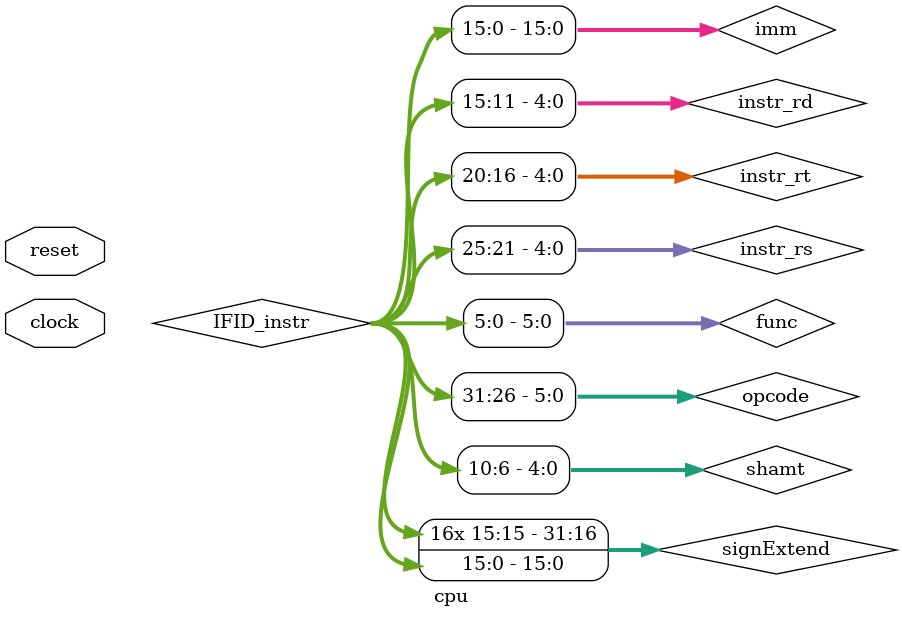
<source format=v>
`include "control.v"
`include "library.v"

module cpu(input clock, input reset);
	reg [31:0] PC; 
	reg [31:0] IFID_PCplus4;
	reg [31:0] IFID_instr;

	reg [31:0] IDEX_rdA, IDEX_rdB, IDEX_signExtend;
	reg [4:0]  IDEX_instr_rt, IDEX_instr_rs, IDEX_instr_rd;                            
	reg        IDEX_RegDst, IDEX_ALUSrc;
	reg [1:0]  IDEX_ALUcntrl;
	reg        IDEX_Branch, IDEX_MemRead, IDEX_MemWrite, IDEX_BneEn; 
	reg        IDEX_MemToReg, IDEX_RegWrite;

	reg [4:0]  EXMEM_RegWriteAddr, EXMEM_instr_rd; 
	reg [31:0] EXMEM_ALUOut;
	reg        EXMEM_Zero;
	reg [31:0] EXMEM_MemWriteData;
	reg        EXMEM_Branch, EXMEM_MemRead, EXMEM_MemWrite, EXMEM_RegWrite, EXMEM_MemToReg, EXMEM_BneEn;

	reg [31:0] MEMWB_DMemOut;
	reg [4:0]  MEMWB_RegWriteAddr, MEMWB_instr_rd; 
	reg [31:0] MEMWB_ALUOut;
	reg        MEMWB_MemToReg, MEMWB_RegWrite;  

	wire [31:0] instr, ALUInA, ALUInB, ALUOut, rdA, rdB, signExtend, DMemOut, wRegData, PCIncr, datatowrite;
	wire Zero, RegDst, MemRead, MemWrite, MemToReg, ALUSrc, RegWrite, Branch, BneEn, forwardC, BrOUT;
	wire [5:0] opcode, func;
	wire [4:0] instr_rs, instr_rt, instr_rd, RegWriteAddr, shamt;
	wire [3:0] ALUOp;
	wire [1:0] ALUcntrl, forwardA, forwardB;
	wire [15:0] imm;

	/***************** Instruction Fetch Unit (IF)  ****************/
	always @(posedge clock or negedge reset)
		begin 
			if (reset == 1'b0)     
				PC <= -4;     
			else if (BrOUT)
				PC <= 0; // branch address
			else 
				PC <= PC + 4;
		end
  
  // IFID pipeline register
 always @(posedge clock or negedge reset)
  begin 
    if (reset == 1'b0)     
      begin
       IFID_PCplus4 <= 32'b0;
       IFID_instr <= 32'b0;
    end
    else 
      begin
       IFID_PCplus4 <= PC + 32'd4;
       IFID_instr <= instr;
    end
  end
  
// TO FILL IN: Instantiate the Instruction Memory here 
Memory cpu_IMem(1'b1, 1'b1, 1'b1, 1'b0, PC, 32'b0, instr);

/***************** Instruction Decode Unit (ID)  ****************/
assign opcode = IFID_instr[31:26];
assign func = IFID_instr[5:0];
assign instr_rs = IFID_instr[25:21];
assign instr_rt = IFID_instr[20:16];
assign instr_rd = IFID_instr[15:11];
assign imm = IFID_instr[15:0];
assign signExtend = {{16{imm[15]}}, imm};
assign shamt = IFID_instr[10:6];

// Register file
RegFile cpu_regs(clock, reset, instr_rs, instr_rt, MEMWB_RegWriteAddr, MEMWB_RegWrite, wRegData, rdA, rdB);

  // IDEX pipeline register
  always @(posedge clock or negedge reset)
    begin
      if (reset == 1'b0)
        begin
        IDEX_rdA <= 32'b0;    
        IDEX_rdB <= 32'b0;
        IDEX_signExtend <= 32'b0;
        IDEX_instr_rd <= 5'b0;
        IDEX_instr_rs <= 5'b0;
        IDEX_instr_rt <= 5'b0;
        IDEX_RegDst <= 1'b0;
        IDEX_ALUcntrl <= 2'b0;
        IDEX_ALUSrc <= 1'b0;
        IDEX_Branch <= 1'b0;
        IDEX_MemRead <= 1'b0;
        IDEX_MemWrite <= 1'b0;
        IDEX_MemToReg <= 1'b0;                  
        IDEX_RegWrite <= 1'b0;
      end 
      else 
        begin
        IDEX_rdA <= rdA;
        IDEX_rdB <= rdB;
        IDEX_signExtend <= signExtend;
        IDEX_instr_rd <= instr_rd;
        IDEX_instr_rs <= instr_rs;
        IDEX_instr_rt <= instr_rt;
        // Control sigs
        IDEX_RegDst <= RegDst;
        IDEX_ALUcntrl <= ALUcntrl;
        IDEX_ALUSrc <= ALUSrc;
        IDEX_Branch <= Branch;
        IDEX_MemRead <= MemRead;
        IDEX_MemWrite <= MemWrite;
        IDEX_MemToReg <= MemToReg;                  
        IDEX_RegWrite <= RegWrite;
        IDEX_BneEn <= BneEn;
      end
  end

  // Main Control Unit 
  control_main control_main (RegDst, Branch, MemRead, MemWrite, MemToReg, ALUSrc, RegWrite, BneEn, ALUcntrl, opcode);
                    
  // TO FILL IN: Instantiation of Control Unit that generates stalls


  /***************** Execution Unit (EX)  ****************/
                  
	assign ALUInA = (forwardA == 0) ? IDEX_rdA : (forwardA == 1) ? DMemOut : ALUOut;              
	assign ALUInB = (IDEX_ALUSrc == 1'b1) ? IDEX_signExtend : (forwardB == 0) ? IDEX_rdB : (forwardB == 1) ? DMemOut : ALUOut;

	//  ALU
	ALU  #(32) cpu_alu(ALUOut, Zero, ALUInA, ALUInB, ALUOp, shamt);

	assign RegWriteAddr = (IDEX_RegDst==1'b0) ? IDEX_instr_rt : IDEX_instr_rd;
	assign BrOUT = Branch && (BneEn ? ~Zero : Zero);

	// EXMEM pipeline register
	always @(posedge clock or negedge reset)
		begin 
			if (reset == 1'b0)     
      			begin
       				EXMEM_ALUOut <= 32'b0;    
       				EXMEM_RegWriteAddr <= 5'b0;
       				EXMEM_MemWriteData <= 32'b0;
       				EXMEM_Zero <= 1'b0;
       				EXMEM_Branch <= 1'b0;
       				EXMEM_MemRead <= 1'b0;
       				EXMEM_MemWrite <= 1'b0;
       				EXMEM_MemToReg <= 1'b0;                  
       				EXMEM_RegWrite <= 1'b0;
      			end 
    		else 
      			begin
       				EXMEM_ALUOut <= ALUOut;    
       				EXMEM_RegWriteAddr <= RegWriteAddr;
       				EXMEM_MemWriteData <= IDEX_rdB;
       				EXMEM_Zero <= Zero;
       				EXMEM_Branch <= IDEX_Branch;
       				EXMEM_MemRead <= IDEX_MemRead;
       				EXMEM_MemWrite <= IDEX_MemWrite;
       				EXMEM_MemToReg <= IDEX_MemToReg;                  
       				EXMEM_RegWrite <= IDEX_RegWrite;
      			end
  		end

	// ALU control
	control_alu control_alu(ALUOp, IDEX_ALUcntrl, IDEX_signExtend[5:0]);
  
	// TO FILL IN: Instantiation of control logic for Forwarding goes here
	forwarding_unit for_unit (forwardA, forwardB, forwardC, IDEX_instr_rs, IDEX_instr_rt, IDEX_instr_rd, MEMWB_RegWriteAddr, EXMEM_RegWrite, MEMWB_RegWrite, EXMEM_MemWrite);

	/***************** Memory Unit (MEM)  ****************/  
	Memory cpu_DMem (clock, reset, EXMEM_MemRead, EXMEM_MemWrite, EXMEM_ALUOut, datatowrite, DMemOut);

	// MEMWB pipeline register
 	always @(posedge clock or negedge reset)
  		begin 
    		if (reset == 1'b0)     
      			begin
					MEMWB_DMemOut <= 32'b0;    
       				MEMWB_ALUOut <= 32'b0;
       				MEMWB_RegWriteAddr <= 5'b0;
       				MEMWB_MemToReg <= 1'b0;                  
       				MEMWB_RegWrite <= 1'b0;
      			end 
    		else 
      			begin
			       	MEMWB_DMemOut <= DMemOut;
       				MEMWB_ALUOut <= EXMEM_ALUOut;
       				MEMWB_RegWriteAddr <= EXMEM_RegWriteAddr;
       				MEMWB_MemToReg <= EXMEM_MemToReg;                  
       				MEMWB_RegWrite <= EXMEM_RegWrite;
      			end
  		end

/***************** WriteBack Unit (WB)  ****************/  
	assign datatowrite = forwardC ? MEMWB_DMemOut : EXMEM_MemWriteData;
endmodule

</source>
